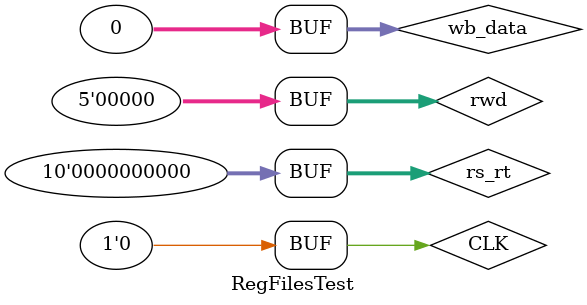
<source format=v>
`timescale 1ns / 1ps


module RegFilesTest;

	// Inputs
	reg CLK;
	reg [9:0] rs_rt;
	reg [4:0] rwd;
	reg [31:0] wb_data;

	// Outputs
	wire [31:0] val_rs;
	wire [31:0] val_rt;

	// Instantiate the Unit Under Test (UUT)
	RegFiles uut (
		.CLK(CLK), 
		.rs_rt(rs_rt), 
		.rwd(rwd), 
		.val_rs(val_rs), 
		.val_rt(val_rt), 
		.wb_data(wb_data)
	);

	initial begin
		// Initialize Inputs
		CLK = 0;
		rs_rt = 0;
		rwd = 0;
		wb_data = 0;

		// Wait 100 ns for global reset to finish
		#100;
        
		// Add stimulus here

	end
      
endmodule


</source>
